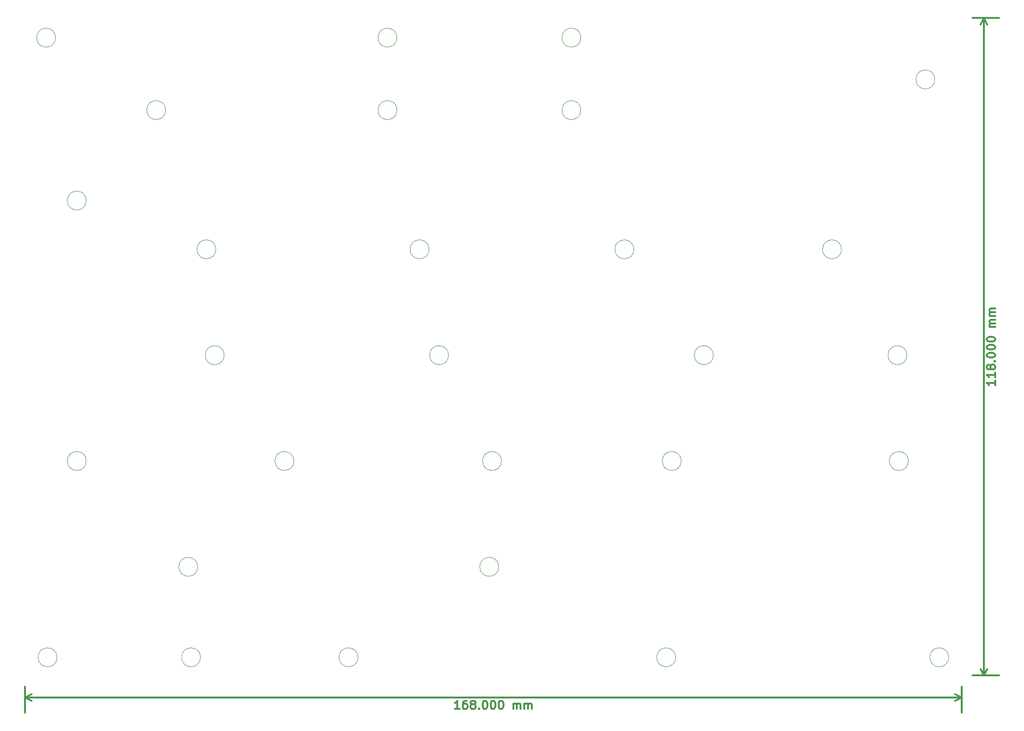
<source format=gbr>
G04 #@! TF.FileFunction,Other,ECO1*
%FSLAX46Y46*%
G04 Gerber Fmt 4.6, Leading zero omitted, Abs format (unit mm)*
G04 Created by KiCad (PCBNEW 4.0.1-stable) date 2017/02/05 23:11:59*
%MOMM*%
G01*
G04 APERTURE LIST*
%ADD10C,0.100000*%
%ADD11C,0.300000*%
G04 APERTURE END LIST*
D10*
D11*
X209028571Y-93071427D02*
X209028571Y-93928570D01*
X209028571Y-93499998D02*
X207528571Y-93499998D01*
X207742857Y-93642855D01*
X207885714Y-93785713D01*
X207957143Y-93928570D01*
X209028571Y-91642856D02*
X209028571Y-92499999D01*
X209028571Y-92071427D02*
X207528571Y-92071427D01*
X207742857Y-92214284D01*
X207885714Y-92357142D01*
X207957143Y-92499999D01*
X208171429Y-90785713D02*
X208100000Y-90928571D01*
X208028571Y-90999999D01*
X207885714Y-91071428D01*
X207814286Y-91071428D01*
X207671429Y-90999999D01*
X207600000Y-90928571D01*
X207528571Y-90785713D01*
X207528571Y-90499999D01*
X207600000Y-90357142D01*
X207671429Y-90285713D01*
X207814286Y-90214285D01*
X207885714Y-90214285D01*
X208028571Y-90285713D01*
X208100000Y-90357142D01*
X208171429Y-90499999D01*
X208171429Y-90785713D01*
X208242857Y-90928571D01*
X208314286Y-90999999D01*
X208457143Y-91071428D01*
X208742857Y-91071428D01*
X208885714Y-90999999D01*
X208957143Y-90928571D01*
X209028571Y-90785713D01*
X209028571Y-90499999D01*
X208957143Y-90357142D01*
X208885714Y-90285713D01*
X208742857Y-90214285D01*
X208457143Y-90214285D01*
X208314286Y-90285713D01*
X208242857Y-90357142D01*
X208171429Y-90499999D01*
X208885714Y-89571428D02*
X208957143Y-89500000D01*
X209028571Y-89571428D01*
X208957143Y-89642857D01*
X208885714Y-89571428D01*
X209028571Y-89571428D01*
X207528571Y-88571428D02*
X207528571Y-88428571D01*
X207600000Y-88285714D01*
X207671429Y-88214285D01*
X207814286Y-88142856D01*
X208100000Y-88071428D01*
X208457143Y-88071428D01*
X208742857Y-88142856D01*
X208885714Y-88214285D01*
X208957143Y-88285714D01*
X209028571Y-88428571D01*
X209028571Y-88571428D01*
X208957143Y-88714285D01*
X208885714Y-88785714D01*
X208742857Y-88857142D01*
X208457143Y-88928571D01*
X208100000Y-88928571D01*
X207814286Y-88857142D01*
X207671429Y-88785714D01*
X207600000Y-88714285D01*
X207528571Y-88571428D01*
X207528571Y-87142857D02*
X207528571Y-87000000D01*
X207600000Y-86857143D01*
X207671429Y-86785714D01*
X207814286Y-86714285D01*
X208100000Y-86642857D01*
X208457143Y-86642857D01*
X208742857Y-86714285D01*
X208885714Y-86785714D01*
X208957143Y-86857143D01*
X209028571Y-87000000D01*
X209028571Y-87142857D01*
X208957143Y-87285714D01*
X208885714Y-87357143D01*
X208742857Y-87428571D01*
X208457143Y-87500000D01*
X208100000Y-87500000D01*
X207814286Y-87428571D01*
X207671429Y-87357143D01*
X207600000Y-87285714D01*
X207528571Y-87142857D01*
X207528571Y-85714286D02*
X207528571Y-85571429D01*
X207600000Y-85428572D01*
X207671429Y-85357143D01*
X207814286Y-85285714D01*
X208100000Y-85214286D01*
X208457143Y-85214286D01*
X208742857Y-85285714D01*
X208885714Y-85357143D01*
X208957143Y-85428572D01*
X209028571Y-85571429D01*
X209028571Y-85714286D01*
X208957143Y-85857143D01*
X208885714Y-85928572D01*
X208742857Y-86000000D01*
X208457143Y-86071429D01*
X208100000Y-86071429D01*
X207814286Y-86000000D01*
X207671429Y-85928572D01*
X207600000Y-85857143D01*
X207528571Y-85714286D01*
X209028571Y-83428572D02*
X208028571Y-83428572D01*
X208171429Y-83428572D02*
X208100000Y-83357144D01*
X208028571Y-83214286D01*
X208028571Y-83000001D01*
X208100000Y-82857144D01*
X208242857Y-82785715D01*
X209028571Y-82785715D01*
X208242857Y-82785715D02*
X208100000Y-82714286D01*
X208028571Y-82571429D01*
X208028571Y-82357144D01*
X208100000Y-82214286D01*
X208242857Y-82142858D01*
X209028571Y-82142858D01*
X209028571Y-81428572D02*
X208028571Y-81428572D01*
X208171429Y-81428572D02*
X208100000Y-81357144D01*
X208028571Y-81214286D01*
X208028571Y-81000001D01*
X208100000Y-80857144D01*
X208242857Y-80785715D01*
X209028571Y-80785715D01*
X208242857Y-80785715D02*
X208100000Y-80714286D01*
X208028571Y-80571429D01*
X208028571Y-80357144D01*
X208100000Y-80214286D01*
X208242857Y-80142858D01*
X209028571Y-80142858D01*
X207000000Y-146000000D02*
X207000000Y-28000000D01*
X205000000Y-146000000D02*
X209700000Y-146000000D01*
X205000000Y-28000000D02*
X209700000Y-28000000D01*
X207000000Y-28000000D02*
X207586421Y-29126504D01*
X207000000Y-28000000D02*
X206413579Y-29126504D01*
X207000000Y-146000000D02*
X207586421Y-144873496D01*
X207000000Y-146000000D02*
X206413579Y-144873496D01*
X112928573Y-152028571D02*
X112071430Y-152028571D01*
X112500002Y-152028571D02*
X112500002Y-150528571D01*
X112357145Y-150742857D01*
X112214287Y-150885714D01*
X112071430Y-150957143D01*
X114214287Y-150528571D02*
X113928573Y-150528571D01*
X113785716Y-150600000D01*
X113714287Y-150671429D01*
X113571430Y-150885714D01*
X113500001Y-151171429D01*
X113500001Y-151742857D01*
X113571430Y-151885714D01*
X113642858Y-151957143D01*
X113785716Y-152028571D01*
X114071430Y-152028571D01*
X114214287Y-151957143D01*
X114285716Y-151885714D01*
X114357144Y-151742857D01*
X114357144Y-151385714D01*
X114285716Y-151242857D01*
X114214287Y-151171429D01*
X114071430Y-151100000D01*
X113785716Y-151100000D01*
X113642858Y-151171429D01*
X113571430Y-151242857D01*
X113500001Y-151385714D01*
X115214287Y-151171429D02*
X115071429Y-151100000D01*
X115000001Y-151028571D01*
X114928572Y-150885714D01*
X114928572Y-150814286D01*
X115000001Y-150671429D01*
X115071429Y-150600000D01*
X115214287Y-150528571D01*
X115500001Y-150528571D01*
X115642858Y-150600000D01*
X115714287Y-150671429D01*
X115785715Y-150814286D01*
X115785715Y-150885714D01*
X115714287Y-151028571D01*
X115642858Y-151100000D01*
X115500001Y-151171429D01*
X115214287Y-151171429D01*
X115071429Y-151242857D01*
X115000001Y-151314286D01*
X114928572Y-151457143D01*
X114928572Y-151742857D01*
X115000001Y-151885714D01*
X115071429Y-151957143D01*
X115214287Y-152028571D01*
X115500001Y-152028571D01*
X115642858Y-151957143D01*
X115714287Y-151885714D01*
X115785715Y-151742857D01*
X115785715Y-151457143D01*
X115714287Y-151314286D01*
X115642858Y-151242857D01*
X115500001Y-151171429D01*
X116428572Y-151885714D02*
X116500000Y-151957143D01*
X116428572Y-152028571D01*
X116357143Y-151957143D01*
X116428572Y-151885714D01*
X116428572Y-152028571D01*
X117428572Y-150528571D02*
X117571429Y-150528571D01*
X117714286Y-150600000D01*
X117785715Y-150671429D01*
X117857144Y-150814286D01*
X117928572Y-151100000D01*
X117928572Y-151457143D01*
X117857144Y-151742857D01*
X117785715Y-151885714D01*
X117714286Y-151957143D01*
X117571429Y-152028571D01*
X117428572Y-152028571D01*
X117285715Y-151957143D01*
X117214286Y-151885714D01*
X117142858Y-151742857D01*
X117071429Y-151457143D01*
X117071429Y-151100000D01*
X117142858Y-150814286D01*
X117214286Y-150671429D01*
X117285715Y-150600000D01*
X117428572Y-150528571D01*
X118857143Y-150528571D02*
X119000000Y-150528571D01*
X119142857Y-150600000D01*
X119214286Y-150671429D01*
X119285715Y-150814286D01*
X119357143Y-151100000D01*
X119357143Y-151457143D01*
X119285715Y-151742857D01*
X119214286Y-151885714D01*
X119142857Y-151957143D01*
X119000000Y-152028571D01*
X118857143Y-152028571D01*
X118714286Y-151957143D01*
X118642857Y-151885714D01*
X118571429Y-151742857D01*
X118500000Y-151457143D01*
X118500000Y-151100000D01*
X118571429Y-150814286D01*
X118642857Y-150671429D01*
X118714286Y-150600000D01*
X118857143Y-150528571D01*
X120285714Y-150528571D02*
X120428571Y-150528571D01*
X120571428Y-150600000D01*
X120642857Y-150671429D01*
X120714286Y-150814286D01*
X120785714Y-151100000D01*
X120785714Y-151457143D01*
X120714286Y-151742857D01*
X120642857Y-151885714D01*
X120571428Y-151957143D01*
X120428571Y-152028571D01*
X120285714Y-152028571D01*
X120142857Y-151957143D01*
X120071428Y-151885714D01*
X120000000Y-151742857D01*
X119928571Y-151457143D01*
X119928571Y-151100000D01*
X120000000Y-150814286D01*
X120071428Y-150671429D01*
X120142857Y-150600000D01*
X120285714Y-150528571D01*
X122571428Y-152028571D02*
X122571428Y-151028571D01*
X122571428Y-151171429D02*
X122642856Y-151100000D01*
X122785714Y-151028571D01*
X122999999Y-151028571D01*
X123142856Y-151100000D01*
X123214285Y-151242857D01*
X123214285Y-152028571D01*
X123214285Y-151242857D02*
X123285714Y-151100000D01*
X123428571Y-151028571D01*
X123642856Y-151028571D01*
X123785714Y-151100000D01*
X123857142Y-151242857D01*
X123857142Y-152028571D01*
X124571428Y-152028571D02*
X124571428Y-151028571D01*
X124571428Y-151171429D02*
X124642856Y-151100000D01*
X124785714Y-151028571D01*
X124999999Y-151028571D01*
X125142856Y-151100000D01*
X125214285Y-151242857D01*
X125214285Y-152028571D01*
X125214285Y-151242857D02*
X125285714Y-151100000D01*
X125428571Y-151028571D01*
X125642856Y-151028571D01*
X125785714Y-151100000D01*
X125857142Y-151242857D01*
X125857142Y-152028571D01*
X203000000Y-150000000D02*
X35000000Y-150000000D01*
X203000000Y-148000000D02*
X203000000Y-152700000D01*
X35000000Y-148000000D02*
X35000000Y-152700000D01*
X35000000Y-150000000D02*
X36126504Y-149413579D01*
X35000000Y-150000000D02*
X36126504Y-150586421D01*
X203000000Y-150000000D02*
X201873496Y-149413579D01*
X203000000Y-150000000D02*
X201873496Y-150586421D01*
D10*
X200700000Y-142750000D02*
G75*
G03X200700000Y-142750000I-1700000J0D01*
G01*
X40700000Y-142750000D02*
G75*
G03X40700000Y-142750000I-1700000J0D01*
G01*
X151700000Y-142750000D02*
G75*
G03X151700000Y-142750000I-1700000J0D01*
G01*
X94700000Y-142750000D02*
G75*
G03X94700000Y-142750000I-1700000J0D01*
G01*
X134700000Y-31500000D02*
G75*
G03X134700000Y-31500000I-1700000J0D01*
G01*
X101700000Y-31500000D02*
G75*
G03X101700000Y-31500000I-1700000J0D01*
G01*
X40450000Y-31500000D02*
G75*
G03X40450000Y-31500000I-1700000J0D01*
G01*
X45950000Y-107500000D02*
G75*
G03X45950000Y-107500000I-1700000J0D01*
G01*
X83200000Y-107500000D02*
G75*
G03X83200000Y-107500000I-1700000J0D01*
G01*
X120450000Y-107500000D02*
G75*
G03X120450000Y-107500000I-1700000J0D01*
G01*
X152700000Y-107500000D02*
G75*
G03X152700000Y-107500000I-1700000J0D01*
G01*
X193450000Y-107500000D02*
G75*
G03X193450000Y-107500000I-1700000J0D01*
G01*
X181450000Y-69500000D02*
G75*
G03X181450000Y-69500000I-1700000J0D01*
G01*
X144200000Y-69500000D02*
G75*
G03X144200000Y-69500000I-1700000J0D01*
G01*
X107450000Y-69500000D02*
G75*
G03X107450000Y-69500000I-1700000J0D01*
G01*
X69200000Y-69500000D02*
G75*
G03X69200000Y-69500000I-1700000J0D01*
G01*
X45950000Y-60750000D02*
G75*
G03X45950000Y-60750000I-1700000J0D01*
G01*
X198200000Y-39000000D02*
G75*
G03X198200000Y-39000000I-1700000J0D01*
G01*
X66450000Y-142750000D02*
G75*
G03X66450000Y-142750000I-1700000J0D01*
G01*
X134700000Y-44500000D02*
G75*
G03X134700000Y-44500000I-1700000J0D01*
G01*
X101700000Y-44500000D02*
G75*
G03X101700000Y-44500000I-1700000J0D01*
G01*
X60200000Y-44500000D02*
G75*
G03X60200000Y-44500000I-1700000J0D01*
G01*
X193200000Y-88500000D02*
G75*
G03X193200000Y-88500000I-1700000J0D01*
G01*
X158450000Y-88500000D02*
G75*
G03X158450000Y-88500000I-1700000J0D01*
G01*
X110950000Y-88500000D02*
G75*
G03X110950000Y-88500000I-1700000J0D01*
G01*
X70700000Y-88500000D02*
G75*
G03X70700000Y-88500000I-1700000J0D01*
G01*
X65950000Y-126500000D02*
G75*
G03X65950000Y-126500000I-1700000J0D01*
G01*
X119950000Y-126500000D02*
G75*
G03X119950000Y-126500000I-1700000J0D01*
G01*
M02*

</source>
